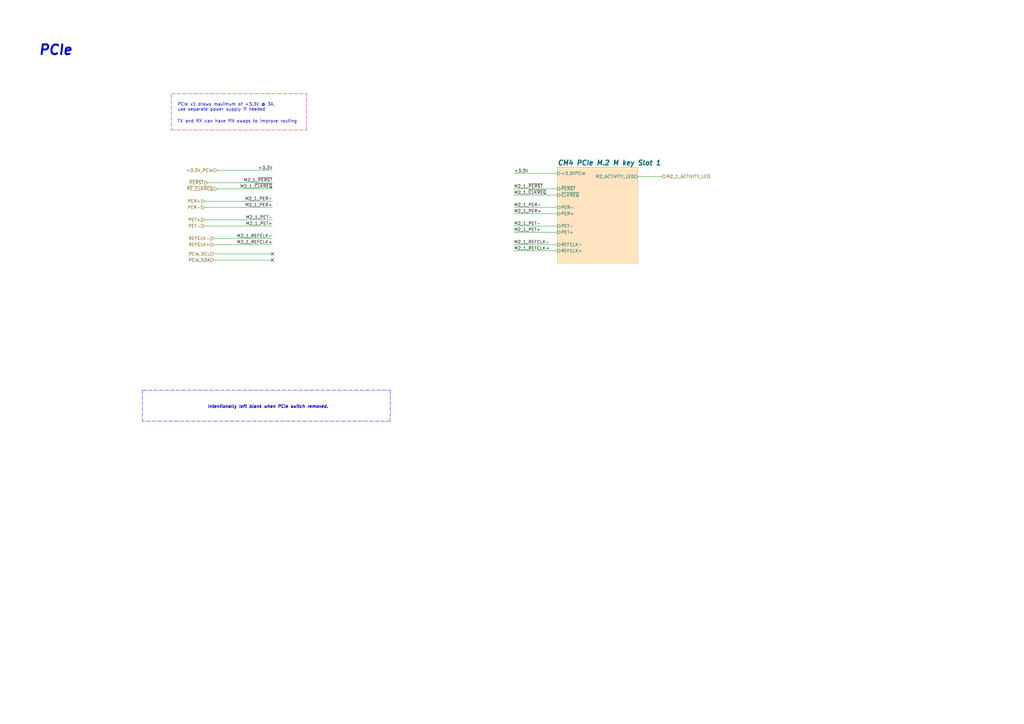
<source format=kicad_sch>
(kicad_sch (version 20211123) (generator eeschema)
  (paper "A3")
  (title_block (title "CM4 PCIe") (date "2022-01-12") (rev "4") (company "Copyright © 2022 Christian Kuhtz") (comment 2 "CERN-OHL-W v2 or later"))
  (lib_symbols)
  (no_connect (at 111.76 104.14))
  (no_connect (at 111.76 106.68))
  (polyline (pts (xy 125.73 53.34) (xy 125.73 38.481)) (stroke (width 0.1524) (type dash) (color 255 0 0 1)))
  (polyline (pts (xy 70.231 53.34) (xy 125.73 53.34)) (stroke (width 0.1524) (type dash) (color 255 0 0 1)))
  (wire (pts (xy 87.63 97.79) (xy 111.76 97.79)))
  (wire (pts (xy 210.82 95.25) (xy 228.6 95.25)))
  (wire (pts (xy 83.82 82.55) (xy 111.76 82.55)))
  (wire (pts (xy 83.82 92.71) (xy 111.76 92.71)))
  (wire (pts (xy 88.9 69.85) (xy 111.76 69.85)))
  (wire (pts (xy 210.82 100.33) (xy 228.6 100.33)))
  (wire (pts (xy 87.63 100.33) (xy 111.76 100.33)))
  (wire (pts (xy 210.82 77.47) (xy 228.6 77.47)))
  (polyline (pts (xy 58.42 160.02) (xy 58.42 172.72)) (stroke (width 0) (type dash)))
  (polyline (pts (xy 58.42 160.02) (xy 160.02 160.02)) (stroke (width 0) (type dash)))
  (polyline (pts (xy 160.02 160.02) (xy 160.02 172.72)) (stroke (width 0) (type dash)))
  (polyline (pts (xy 160.02 172.72) (xy 58.42 172.72)) (stroke (width 0) (type dash)))
  (polyline (pts (xy 70.231 38.735) (xy 70.231 53.34)) (stroke (width 0.1524) (type dash) (color 255 0 0 1)))
  (wire (pts (xy 210.82 102.87) (xy 228.6 102.87)))
  (wire (pts (xy 87.63 104.14) (xy 111.76 104.14)))
  (wire (pts (xy 210.82 80.01) (xy 228.6 80.01)))
  (wire (pts (xy 85.09 74.93) (xy 111.76 74.93)))
  (wire (pts (xy 210.82 92.71) (xy 228.6 92.71)))
  (wire (pts (xy 210.82 87.63) (xy 228.6 87.63)))
  (wire (pts (xy 261.62 72.39) (xy 271.78 72.39)))
  (wire (pts (xy 210.82 85.09) (xy 228.6 85.09)))
  (polyline (pts (xy 70.231 38.481) (xy 125.73 38.481)) (stroke (width 0.1524) (type dash) (color 255 0 0 1)))
  (wire (pts (xy 83.82 90.17) (xy 111.76 90.17)))
  (wire (pts (xy 83.82 85.09) (xy 111.76 85.09)))
  (wire (pts (xy 88.9 77.47) (xy 111.76 77.47)))
  (wire (pts (xy 87.63 106.68) (xy 111.76 106.68)))
  (wire (pts (xy 210.82 71.12) (xy 228.6 71.12)))
  (text "PCIe" (at 15.621 22.987 0) (effects (font (size 4 4) (thickness 0.8) bold italic) (justify left bottom)))
  (text "PCIe x1 draws maximum of +3.3V @ 3A, \nuse separate power supply if needed" (at 72.771 45.72 0) (effects (font (size 1.27 1.27)) (justify left bottom)))
  (text "Intentionally left blank when PCIe switch removed." (at 85.09 167.64 0) (effects (font (size 1.27 1.27) (thickness 0.254) bold italic) (justify left bottom)))
  (text "TX and RX can have PN swaps to improve routing\n" (at 72.771 50.546 0) (effects (font (size 1.27 1.27)) (justify left bottom)))
  (label "M2_1_PET+" (at 210.82 95.25 0))
  (label "M2_1_~{CLKREQ}" (at 111.76 77.47 180))
  (label "M2_1_PET-" (at 111.76 90.17 180))
  (label "M2_1_PER+" (at 111.76 85.09 180))
  (label "M2_1_REFCLK+" (at 111.76 100.33 180))
  (label "M2_1_PER-" (at 111.76 82.55 180))
  (label "M2_1_PET-" (at 210.82 92.71 0))
  (label "M2_1_PET+" (at 111.76 92.71 180))
  (label "M2_1_REFCLK-" (at 210.82 100.33 0))
  (label "+3.3V" (at 210.82 71.12 0))
  (label "M2_1_~{PERST}" (at 210.82 77.47 0))
  (label "M2_1_~{CLKREQ}" (at 210.82 80.01 0))
  (label "M2_1_REFCLK-" (at 111.76 97.79 180))
  (label "M2_1_PER-" (at 210.82 85.09 0))
  (label "M2_1_REFCLK+" (at 210.82 102.87 0))
  (label "M2_1_~{PERST}" (at 111.76 74.93 180))
  (label "M2_1_PER+" (at 210.82 87.63 0))
  (label "+3.3V" (at 111.76 69.85 180))
  (hierarchical_label "PET-" (shape input) (at 83.82 92.71 180))
  (hierarchical_label "~{PERST}" (shape input) (at 85.09 74.93 180))
  (hierarchical_label "REFCLK-" (shape input) (at 87.63 97.79 180))
  (hierarchical_label "PCIe_SDA" (shape input) (at 87.63 106.68 180))
  (hierarchical_label "PER+" (shape input) (at 83.82 82.55 180))
  (hierarchical_label "PCIe_SCL" (shape input) (at 87.63 104.14 180))
  (hierarchical_label "+3.3V_PCIe" (shape input) (at 88.9 69.85 180))
  (hierarchical_label "M2_1_ACTIVITY_LED" (shape output) (at 271.78 72.39 0))
  (hierarchical_label "PER-" (shape input) (at 83.82 85.09 180))
  (hierarchical_label "PET+" (shape input) (at 83.82 90.17 180))
  (hierarchical_label "~{PE_CLKREQ}" (shape input) (at 88.9 77.47 180))
  (hierarchical_label "REFCLK+" (shape input) (at 87.63 100.33 180))
  (sheet (at 228.6 68.58) (size 33.02 39.37) (stroke (width 0.0006) (color 204 102 0 1)) (fill (color 255 229 191 1.0000))
    (property "Sheet name" "CM4 PCIe M.2 M key Slot 1" (at 228.6 67.9443 0) (effects (font (size 2 2) bold italic) (justify left bottom)))
    (property "Sheet file" "cm4m2mkey.kicad_sch" (effects hide))
    (pin "M2_ACTIVITY_LED" output (at 261.62 72.39 0))
    (pin "+3.3VPCIe" input (at 228.6 71.12 180))
    (pin "REFCLK-" input (at 228.6 100.33 180))
    (pin "PER-" input (at 228.6 85.09 180))
    (pin "PER+" input (at 228.6 87.63 180))
    (pin "PET-" input (at 228.6 92.71 180))
    (pin "PET+" input (at 228.6 95.25 180))
    (pin "REFCLK+" input (at 228.6 102.87 180))
    (pin "~{CLKREQ}" input (at 228.6 80.01 180))
    (pin "~{PERST}" input (at 228.6 77.47 180))
  )
)
</source>
